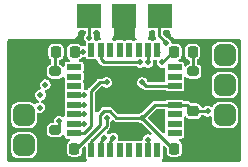
<source format=gbr>
%TF.GenerationSoftware,KiCad,Pcbnew,7.0.2-6a45011f42~172~ubuntu22.04.1*%
%TF.CreationDate,2023-05-29T23:15:52+12:00*%
%TF.ProjectId,THE_BRAWN-20A_LOGIC,5448455f-4252-4415-974e-2d3230415f4c,v2.0*%
%TF.SameCoordinates,Original*%
%TF.FileFunction,Copper,L1,Top*%
%TF.FilePolarity,Positive*%
%FSLAX46Y46*%
G04 Gerber Fmt 4.6, Leading zero omitted, Abs format (unit mm)*
G04 Created by KiCad (PCBNEW 7.0.2-6a45011f42~172~ubuntu22.04.1) date 2023-05-29 23:15:52*
%MOMM*%
%LPD*%
G01*
G04 APERTURE LIST*
G04 Aperture macros list*
%AMRoundRect*
0 Rectangle with rounded corners*
0 $1 Rounding radius*
0 $2 $3 $4 $5 $6 $7 $8 $9 X,Y pos of 4 corners*
0 Add a 4 corners polygon primitive as box body*
4,1,4,$2,$3,$4,$5,$6,$7,$8,$9,$2,$3,0*
0 Add four circle primitives for the rounded corners*
1,1,$1+$1,$2,$3*
1,1,$1+$1,$4,$5*
1,1,$1+$1,$6,$7*
1,1,$1+$1,$8,$9*
0 Add four rect primitives between the rounded corners*
20,1,$1+$1,$2,$3,$4,$5,0*
20,1,$1+$1,$4,$5,$6,$7,0*
20,1,$1+$1,$6,$7,$8,$9,0*
20,1,$1+$1,$8,$9,$2,$3,0*%
G04 Aperture macros list end*
%TA.AperFunction,ComponentPad*%
%ADD10C,1.000000*%
%TD*%
%TA.AperFunction,ConnectorPad*%
%ADD11R,2.000000X2.000000*%
%TD*%
%TA.AperFunction,SMDPad,CuDef*%
%ADD12RoundRect,0.200000X0.275000X-0.200000X0.275000X0.200000X-0.275000X0.200000X-0.275000X-0.200000X0*%
%TD*%
%TA.AperFunction,ComponentPad*%
%ADD13RoundRect,0.450000X-0.450000X-0.450000X0.450000X-0.450000X0.450000X0.450000X-0.450000X0.450000X0*%
%TD*%
%TA.AperFunction,SMDPad,CuDef*%
%ADD14RoundRect,0.200000X-0.275000X0.200000X-0.275000X-0.200000X0.275000X-0.200000X0.275000X0.200000X0*%
%TD*%
%TA.AperFunction,SMDPad,CuDef*%
%ADD15RoundRect,0.225000X-0.250000X0.225000X-0.250000X-0.225000X0.250000X-0.225000X0.250000X0.225000X0*%
%TD*%
%TA.AperFunction,SMDPad,CuDef*%
%ADD16RoundRect,0.225000X0.225000X0.250000X-0.225000X0.250000X-0.225000X-0.250000X0.225000X-0.250000X0*%
%TD*%
%TA.AperFunction,SMDPad,CuDef*%
%ADD17R,1.200000X0.500000*%
%TD*%
%TA.AperFunction,SMDPad,CuDef*%
%ADD18R,0.500000X1.200000*%
%TD*%
%TA.AperFunction,SMDPad,CuDef*%
%ADD19RoundRect,0.225000X-0.225000X-0.250000X0.225000X-0.250000X0.225000X0.250000X-0.225000X0.250000X0*%
%TD*%
%TA.AperFunction,SMDPad,CuDef*%
%ADD20RoundRect,0.218750X0.218750X0.256250X-0.218750X0.256250X-0.218750X-0.256250X0.218750X-0.256250X0*%
%TD*%
%TA.AperFunction,SMDPad,CuDef*%
%ADD21RoundRect,0.218750X-0.218750X-0.256250X0.218750X-0.256250X0.218750X0.256250X-0.218750X0.256250X0*%
%TD*%
%TA.AperFunction,ViaPad*%
%ADD22C,0.500000*%
%TD*%
%TA.AperFunction,Conductor*%
%ADD23C,0.250000*%
%TD*%
G04 APERTURE END LIST*
D10*
%TO.P,H3,1,1*%
%TO.N,GND*%
X145500000Y-152200000D03*
D11*
X145500000Y-152200000D03*
%TD*%
D10*
%TO.P,H2,1,1*%
%TO.N,/SIGNAL*%
X142500000Y-152200000D03*
D11*
X142500000Y-152200000D03*
%TD*%
D12*
%TO.P,R2,1*%
%TO.N,/SWDCLK*%
X139650000Y-161825000D03*
%TO.P,R2,2*%
%TO.N,GND*%
X139650000Y-160175000D03*
%TD*%
D13*
%TO.P,J2,1,1*%
%TO.N,GND*%
X137000000Y-155500000D03*
%TO.P,J2,2,2*%
X137000000Y-158040000D03*
%TO.P,J2,3,3*%
%TO.N,/A_FET_N2*%
X137000000Y-160580000D03*
%TO.P,J2,4,4*%
%TO.N,/A_FET_N1*%
X137000000Y-163120000D03*
%TD*%
D14*
%TO.P,R10,1*%
%TO.N,Net-(DS2-K)*%
X151350000Y-156875000D03*
%TO.P,R10,2*%
%TO.N,GND*%
X151350000Y-158525000D03*
%TD*%
%TO.P,R8,1*%
%TO.N,Net-(DS1-K)*%
X139650000Y-156875000D03*
%TO.P,R8,2*%
%TO.N,GND*%
X139650000Y-158525000D03*
%TD*%
D15*
%TO.P,C5,1*%
%TO.N,+3.3V*%
X151350000Y-160225000D03*
%TO.P,C5,2*%
%TO.N,GND*%
X151350000Y-161775000D03*
%TD*%
D16*
%TO.P,C9,1*%
%TO.N,+3.3V*%
X141275000Y-163400000D03*
%TO.P,C9,2*%
%TO.N,GND*%
X139725000Y-163400000D03*
%TD*%
D10*
%TO.P,H1,1,1*%
%TO.N,/INVERT*%
X148500000Y-152200000D03*
D11*
X148500000Y-152200000D03*
%TD*%
D17*
%TO.P,U1,1,PB9*%
%TO.N,unconnected-(U1-PB9-Pad1)*%
X149750000Y-162100000D03*
%TO.P,U1,2,PC14/OSC32_IN*%
%TO.N,unconnected-(U1-PC14{slash}OSC32_IN-Pad2)*%
X149750000Y-161300000D03*
%TO.P,U1,3,PC15/OSC32_OUT*%
%TO.N,unconnected-(U1-PC15{slash}OSC32_OUT-Pad3)*%
X149750000Y-160500000D03*
%TO.P,U1,4,VDD/VDDA*%
%TO.N,+3.3V*%
X149750000Y-159700000D03*
%TO.P,U1,5,VSS/VSSA*%
%TO.N,GND*%
X149750000Y-158900000D03*
%TO.P,U1,6,NRST*%
%TO.N,/nRST*%
X149750000Y-158100000D03*
%TO.P,U1,7,PA0*%
%TO.N,unconnected-(U1-PA0-Pad7)*%
X149750000Y-157300000D03*
%TO.P,U1,8,PA1*%
%TO.N,unconnected-(U1-PA1-Pad8)*%
X149750000Y-156500000D03*
D18*
%TO.P,U1,9,PA2*%
%TO.N,unconnected-(U1-PA2-Pad9)*%
X148300000Y-155050000D03*
%TO.P,U1,10,PA3*%
%TO.N,/V_BATT*%
X147500000Y-155050000D03*
%TO.P,U1,11,PA4*%
%TO.N,unconnected-(U1-PA4-Pad11)*%
X146700000Y-155050000D03*
%TO.P,U1,12,PA5*%
%TO.N,unconnected-(U1-PA5-Pad12)*%
X145900000Y-155050000D03*
%TO.P,U1,13,PA6*%
%TO.N,unconnected-(U1-PA6-Pad13)*%
X145100000Y-155050000D03*
%TO.P,U1,14,PA7*%
%TO.N,unconnected-(U1-PA7-Pad14)*%
X144300000Y-155050000D03*
%TO.P,U1,15,PB0*%
%TO.N,/INVERT*%
X143500000Y-155050000D03*
%TO.P,U1,16,PB1*%
%TO.N,unconnected-(U1-PB1-Pad16)*%
X142700000Y-155050000D03*
D17*
%TO.P,U1,17,PB2*%
%TO.N,unconnected-(U1-PB2-Pad17)*%
X141250000Y-156500000D03*
%TO.P,U1,18,PA8*%
%TO.N,unconnected-(U1-PA8-Pad18)*%
X141250000Y-157300000D03*
%TO.P,U1,19,PA9*%
%TO.N,unconnected-(U1-PA9-Pad19)*%
X141250000Y-158100000D03*
%TO.P,U1,20,PC6*%
%TO.N,/A_FET_N1_HS*%
X141250000Y-158900000D03*
%TO.P,U1,21,PA10*%
%TO.N,/A_FET_N1*%
X141250000Y-159700000D03*
%TO.P,U1,22,PA11[PA9]*%
%TO.N,/A_FET_N2*%
X141250000Y-160500000D03*
%TO.P,U1,23,PA12[PA10]*%
%TO.N,/A_FET_N2_HS*%
X141250000Y-161300000D03*
%TO.P,U1,24,SWDIO/PA13*%
%TO.N,/SWDIO*%
X141250000Y-162100000D03*
D18*
%TO.P,U1,25,SWCLK/PA14/BOOT0*%
%TO.N,/SWDCLK*%
X142700000Y-163550000D03*
%TO.P,U1,26,PA15*%
%TO.N,/LED_GREEN*%
X143500000Y-163550000D03*
%TO.P,U1,27,PB3*%
%TO.N,/LED_RED*%
X144300000Y-163550000D03*
%TO.P,U1,28,PB4*%
%TO.N,unconnected-(U1-PB4-Pad28)*%
X145100000Y-163550000D03*
%TO.P,U1,29,PB5*%
%TO.N,unconnected-(U1-PB5-Pad29)*%
X145900000Y-163550000D03*
%TO.P,U1,30,PB6*%
%TO.N,unconnected-(U1-PB6-Pad30)*%
X146700000Y-163550000D03*
%TO.P,U1,31,PB7*%
%TO.N,/SIGNAL*%
X147500000Y-163550000D03*
%TO.P,U1,32,PB8*%
%TO.N,unconnected-(U1-PB8-Pad32)*%
X148300000Y-163550000D03*
%TD*%
D19*
%TO.P,C7,1*%
%TO.N,+3.3V*%
X149725000Y-163400000D03*
%TO.P,C7,2*%
%TO.N,GND*%
X151275000Y-163400000D03*
%TD*%
D20*
%TO.P,DS2,1,K*%
%TO.N,Net-(DS2-K)*%
X151287500Y-155200000D03*
%TO.P,DS2,2,A*%
%TO.N,/LED_GREEN*%
X149712500Y-155200000D03*
%TD*%
D13*
%TO.P,J1,1,1*%
%TO.N,/A_FET_N1_HS*%
X154000000Y-155500000D03*
%TO.P,J1,2,2*%
%TO.N,/A_FET_N2_HS*%
X154000000Y-158040000D03*
%TO.P,J1,3,3*%
%TO.N,VCC*%
X154000000Y-160580000D03*
%TO.P,J1,4,4*%
%TO.N,GND*%
X154000000Y-163120000D03*
%TD*%
D21*
%TO.P,DS1,1,K*%
%TO.N,Net-(DS1-K)*%
X139712500Y-155200000D03*
%TO.P,DS1,2,A*%
%TO.N,/LED_RED*%
X141287500Y-155200000D03*
%TD*%
D22*
%TO.N,GND*%
X136150000Y-159300000D03*
X145500000Y-160000000D03*
X152600000Y-158600000D03*
X154875000Y-161850000D03*
X154875000Y-159300000D03*
X137822216Y-161851125D03*
X153075000Y-156775000D03*
X137875000Y-159325000D03*
X137850000Y-156775000D03*
X144850000Y-153500000D03*
X148700000Y-161300000D03*
X149150000Y-153650000D03*
X142300000Y-156100000D03*
X153125000Y-161850000D03*
X142350000Y-157500000D03*
X152300000Y-163300000D03*
X154900000Y-156754538D03*
X139650000Y-157750000D03*
X146150000Y-153500000D03*
X147850000Y-153649502D03*
X140375500Y-163150500D03*
X152200000Y-161800000D03*
X146000000Y-162400000D03*
X143124500Y-153649502D03*
X152300000Y-155000000D03*
X148400000Y-157500000D03*
X136150000Y-156775000D03*
X138600000Y-155200000D03*
X141850000Y-153649502D03*
X136150000Y-161850000D03*
%TO.N,+3.3V*%
X147000000Y-160800000D03*
X152550000Y-160250000D03*
%TO.N,/SIGNAL*%
X142519435Y-154000498D03*
X147500000Y-162650000D03*
%TO.N,/LED_GREEN*%
X148700000Y-156100000D03*
X143800864Y-162472567D03*
X138799500Y-157982621D03*
%TO.N,/nRST*%
X147000000Y-157800000D03*
%TO.N,/A_FET_N1*%
X142100000Y-159700000D03*
X138343800Y-159925500D03*
%TO.N,/A_FET_N1_HS*%
X142100000Y-158900000D03*
%TO.N,/LED_RED*%
X142000498Y-155193502D03*
X138396298Y-158858575D03*
X144550000Y-162500000D03*
%TO.N,/V_BATT*%
X147505452Y-156100004D03*
%TO.N,/SWDIO*%
X144000000Y-157800000D03*
%TO.N,/SWDCLK*%
X139974500Y-161074500D03*
X144000000Y-160800000D03*
%TO.N,/A_FET_N2_HS*%
X142075000Y-161300000D03*
%TO.N,/A_FET_N2*%
X142100000Y-160500000D03*
%TO.N,/INVERT*%
X148999500Y-154494000D03*
X146805950Y-156099502D03*
%TD*%
D23*
%TO.N,unconnected-(U1-PA2-Pad9)*%
X148450000Y-155200000D02*
X148300000Y-155050000D01*
%TO.N,GND*%
X140375500Y-163150500D02*
X139974500Y-163150500D01*
X139974500Y-163150500D02*
X139725000Y-163400000D01*
%TO.N,+3.3V*%
X148100000Y-159700000D02*
X148850000Y-159700000D01*
X149625000Y-163400000D02*
X147025000Y-160800000D01*
X152550000Y-160250000D02*
X151375000Y-160250000D01*
X147025000Y-160800000D02*
X147000000Y-160800000D01*
X141275000Y-163400000D02*
X141424569Y-163400000D01*
X144825000Y-160800000D02*
X147000000Y-160800000D01*
X149750000Y-159700000D02*
X148850000Y-159700000D01*
X151375000Y-160250000D02*
X151350000Y-160225000D01*
X149725000Y-163400000D02*
X149625000Y-163400000D01*
X150825000Y-159700000D02*
X149750000Y-159700000D01*
X143400000Y-160586827D02*
X143761827Y-160225000D01*
X144250000Y-160225000D02*
X144825000Y-160800000D01*
X151350000Y-160225000D02*
X150825000Y-159700000D01*
X143761827Y-160225000D02*
X144250000Y-160225000D01*
X141275000Y-163400000D02*
X141400000Y-163400000D01*
X147000000Y-160800000D02*
X148100000Y-159700000D01*
X143400000Y-161424569D02*
X143400000Y-160586827D01*
X141424569Y-163400000D02*
X143400000Y-161424569D01*
%TO.N,/SIGNAL*%
X147500000Y-163600000D02*
X147500000Y-162650000D01*
X142550000Y-153900000D02*
X142550000Y-152550000D01*
%TO.N,/LED_GREEN*%
X143500000Y-162773431D02*
X143500000Y-163550000D01*
X143800864Y-162472567D02*
X143500000Y-162773431D01*
X149600000Y-155200000D02*
X148700000Y-156100000D01*
X143800864Y-162472567D02*
X143736715Y-162536716D01*
X149712500Y-155200000D02*
X149600000Y-155200000D01*
%TO.N,/nRST*%
X147300000Y-158100000D02*
X147000000Y-157800000D01*
X149750000Y-158100000D02*
X147300000Y-158100000D01*
%TO.N,/A_FET_N1*%
X141150000Y-159700000D02*
X142100000Y-159700000D01*
%TO.N,/A_FET_N1_HS*%
X141150000Y-158900000D02*
X142100000Y-158900000D01*
%TO.N,/LED_RED*%
X144300000Y-162786604D02*
X144300000Y-163550000D01*
X141994000Y-155200000D02*
X141287500Y-155200000D01*
X144550000Y-162500000D02*
X144550000Y-162536604D01*
X144550000Y-162536604D02*
X144300000Y-162786604D01*
X142000498Y-155193502D02*
X141994000Y-155200000D01*
%TO.N,/V_BATT*%
X147500000Y-155025000D02*
X147500000Y-156094552D01*
X147500000Y-156094552D02*
X147505452Y-156100004D01*
%TO.N,/SWDIO*%
X142700000Y-158500000D02*
X143400000Y-157800000D01*
X141250000Y-162100000D02*
X142088173Y-162100000D01*
X142088173Y-162100000D02*
X142700000Y-161488173D01*
X143400000Y-157800000D02*
X144000000Y-157800000D01*
X142700000Y-161488173D02*
X142700000Y-158500000D01*
%TO.N,/SWDCLK*%
X142700000Y-162760965D02*
X144000000Y-161460965D01*
X139974500Y-161500500D02*
X139650000Y-161825000D01*
X139974500Y-161074500D02*
X139974500Y-161500500D01*
X142700000Y-163550000D02*
X142700000Y-162760965D01*
X144000000Y-161460965D02*
X144000000Y-160800000D01*
%TO.N,/A_FET_N2_HS*%
X141125000Y-161300000D02*
X142075000Y-161300000D01*
%TO.N,/A_FET_N2*%
X141150000Y-160500000D02*
X142100000Y-160500000D01*
%TO.N,Net-(DS1-K)*%
X139650000Y-155262500D02*
X139712500Y-155200000D01*
X139650000Y-156875000D02*
X139650000Y-155262500D01*
%TO.N,Net-(DS2-K)*%
X151350000Y-155262500D02*
X151287500Y-155200000D01*
X151350000Y-156875000D02*
X151350000Y-155262500D01*
%TO.N,/INVERT*%
X148999500Y-154399500D02*
X148450000Y-153850000D01*
X146805950Y-156099502D02*
X143799502Y-156099502D01*
X143799502Y-156099502D02*
X143500000Y-155800000D01*
X143500000Y-155800000D02*
X143500000Y-155050000D01*
X148999500Y-154494000D02*
X148999500Y-154399500D01*
X148450000Y-153850000D02*
X148450000Y-152575000D01*
%TD*%
%TA.AperFunction,Conductor*%
%TO.N,GND*%
G36*
X142167539Y-153420185D02*
G01*
X142213294Y-153472989D01*
X142224500Y-153524500D01*
X142224500Y-153606688D01*
X142204815Y-153673727D01*
X142194215Y-153687887D01*
X142170573Y-153715173D01*
X142136552Y-153754436D01*
X142082737Y-153872271D01*
X142064302Y-154000498D01*
X142082737Y-154128724D01*
X142136553Y-154246562D01*
X142219213Y-154341957D01*
X142248238Y-154405512D01*
X142249500Y-154423159D01*
X142249500Y-154631451D01*
X142229815Y-154698490D01*
X142177011Y-154744245D01*
X142107853Y-154754189D01*
X142090569Y-154750429D01*
X142065272Y-154743002D01*
X142065270Y-154743002D01*
X141949774Y-154743002D01*
X141882735Y-154723317D01*
X141862093Y-154706684D01*
X141849656Y-154694247D01*
X141755751Y-154600342D01*
X141637420Y-154540049D01*
X141637419Y-154540048D01*
X141637418Y-154540048D01*
X141539248Y-154524500D01*
X141539246Y-154524500D01*
X141035754Y-154524500D01*
X141035752Y-154524500D01*
X140937581Y-154540048D01*
X140819247Y-154600343D01*
X140725343Y-154694247D01*
X140665048Y-154812581D01*
X140649500Y-154910751D01*
X140649500Y-155489248D01*
X140665048Y-155587418D01*
X140665048Y-155587419D01*
X140665049Y-155587420D01*
X140725342Y-155705751D01*
X140819249Y-155799658D01*
X140849391Y-155815016D01*
X140900186Y-155862990D01*
X140916981Y-155930811D01*
X140894443Y-155996946D01*
X140839728Y-156040397D01*
X140793095Y-156049500D01*
X140630251Y-156049500D01*
X140571769Y-156061132D01*
X140505447Y-156105447D01*
X140461132Y-156171769D01*
X140449499Y-156230251D01*
X140449499Y-156333745D01*
X140429814Y-156400784D01*
X140377009Y-156446539D01*
X140307851Y-156456482D01*
X140244295Y-156427456D01*
X140237818Y-156421425D01*
X140163343Y-156346950D01*
X140043205Y-156285737D01*
X139992409Y-156237762D01*
X139975500Y-156175252D01*
X139975500Y-155979623D01*
X139995185Y-155912584D01*
X140045139Y-155869298D01*
X140044920Y-155868867D01*
X140046660Y-155867980D01*
X140047989Y-155866829D01*
X140050265Y-155866143D01*
X140062416Y-155859951D01*
X140062420Y-155859951D01*
X140180751Y-155799658D01*
X140274658Y-155705751D01*
X140334951Y-155587420D01*
X140350500Y-155489246D01*
X140350500Y-154910754D01*
X140350064Y-154908004D01*
X140334951Y-154812581D01*
X140334951Y-154812580D01*
X140274658Y-154694249D01*
X140180751Y-154600342D01*
X140062420Y-154540049D01*
X140062419Y-154540048D01*
X140062418Y-154540048D01*
X139964248Y-154524500D01*
X139964246Y-154524500D01*
X139460754Y-154524500D01*
X139460752Y-154524500D01*
X139362581Y-154540048D01*
X139244247Y-154600343D01*
X139150343Y-154694247D01*
X139090048Y-154812581D01*
X139074500Y-154910751D01*
X139074500Y-155489248D01*
X139090048Y-155587418D01*
X139090048Y-155587419D01*
X139090049Y-155587420D01*
X139150342Y-155705751D01*
X139244249Y-155799658D01*
X139256794Y-155806050D01*
X139307590Y-155854023D01*
X139324500Y-155916535D01*
X139324500Y-156175252D01*
X139304815Y-156242291D01*
X139256795Y-156285737D01*
X139136656Y-156346950D01*
X139046950Y-156436656D01*
X138989353Y-156549697D01*
X138974500Y-156643478D01*
X138974500Y-157106514D01*
X138974501Y-157106518D01*
X138989354Y-157200304D01*
X138989354Y-157200305D01*
X138989355Y-157200306D01*
X139046949Y-157313342D01*
X139089072Y-157355465D01*
X139122557Y-157416788D01*
X139117573Y-157486480D01*
X139075701Y-157542413D01*
X139010237Y-157566830D01*
X138966458Y-157562124D01*
X138892131Y-157540301D01*
X138864272Y-157532121D01*
X138734728Y-157532121D01*
X138734727Y-157532121D01*
X138610431Y-157568615D01*
X138501450Y-157638654D01*
X138416618Y-157736556D01*
X138362802Y-157854394D01*
X138344367Y-157982621D01*
X138362802Y-158110847D01*
X138419347Y-158234660D01*
X138429291Y-158303818D01*
X138400266Y-158367374D01*
X138341489Y-158405149D01*
X138341487Y-158405149D01*
X138207230Y-158444569D01*
X138098248Y-158514608D01*
X138013416Y-158612510D01*
X137959600Y-158730348D01*
X137941165Y-158858575D01*
X137959600Y-158986801D01*
X138013416Y-159104639D01*
X138098247Y-159202541D01*
X138217520Y-159279193D01*
X138263275Y-159331997D01*
X138273218Y-159401155D01*
X138244193Y-159464711D01*
X138185416Y-159502485D01*
X138154731Y-159511495D01*
X138045751Y-159581532D01*
X138028853Y-159601035D01*
X137970075Y-159638809D01*
X137900205Y-159638809D01*
X137866121Y-159618585D01*
X137865348Y-159619893D01*
X137710397Y-159528255D01*
X137552572Y-159482402D01*
X137518128Y-159479691D01*
X137518114Y-159479690D01*
X137515694Y-159479500D01*
X136484306Y-159479500D01*
X136481886Y-159479690D01*
X136481871Y-159479691D01*
X136447427Y-159482402D01*
X136289602Y-159528255D01*
X136148134Y-159611919D01*
X136031919Y-159728134D01*
X135948255Y-159869602D01*
X135902402Y-160027427D01*
X135899691Y-160061871D01*
X135899690Y-160061886D01*
X135899500Y-160064306D01*
X135899500Y-161095694D01*
X135899690Y-161098114D01*
X135899691Y-161098128D01*
X135902402Y-161132572D01*
X135948255Y-161290397D01*
X136005184Y-161386658D01*
X136031919Y-161431865D01*
X136148135Y-161548081D01*
X136235527Y-161599764D01*
X136289602Y-161631744D01*
X136447427Y-161677597D01*
X136447431Y-161677598D01*
X136484306Y-161680500D01*
X136486751Y-161680500D01*
X137513249Y-161680500D01*
X137515694Y-161680500D01*
X137552569Y-161677598D01*
X137710398Y-161631744D01*
X137851865Y-161548081D01*
X137968081Y-161431865D01*
X138051744Y-161290398D01*
X138097598Y-161132569D01*
X138100500Y-161095694D01*
X138100500Y-160489223D01*
X138120185Y-160422185D01*
X138172989Y-160376430D01*
X138242147Y-160366486D01*
X138259433Y-160370246D01*
X138279028Y-160376000D01*
X138408573Y-160376000D01*
X138532868Y-160339505D01*
X138566610Y-160317820D01*
X138641849Y-160269467D01*
X138726682Y-160171563D01*
X138780497Y-160053726D01*
X138798933Y-159925500D01*
X138780497Y-159797274D01*
X138757436Y-159746779D01*
X138726681Y-159679435D01*
X138641849Y-159581533D01*
X138522577Y-159504881D01*
X138476822Y-159452077D01*
X138466879Y-159382918D01*
X138495904Y-159319363D01*
X138554683Y-159281589D01*
X138554684Y-159281588D01*
X138585367Y-159272579D01*
X138694347Y-159202542D01*
X138779180Y-159104638D01*
X138832995Y-158986801D01*
X138851431Y-158858575D01*
X138832995Y-158730349D01*
X138779180Y-158612512D01*
X138779179Y-158612511D01*
X138776450Y-158606535D01*
X138766506Y-158537377D01*
X138795530Y-158473821D01*
X138854308Y-158436046D01*
X138854311Y-158436045D01*
X138864269Y-158433121D01*
X138864272Y-158433121D01*
X138988569Y-158396625D01*
X139097549Y-158326588D01*
X139182382Y-158228684D01*
X139236197Y-158110847D01*
X139254633Y-157982621D01*
X139236197Y-157854395D01*
X139211355Y-157800000D01*
X139182381Y-157736556D01*
X139117080Y-157661194D01*
X139088055Y-157597638D01*
X139097999Y-157528480D01*
X139143754Y-157475676D01*
X139210794Y-157455992D01*
X139229819Y-157460595D01*
X139230298Y-157457574D01*
X139273485Y-157464413D01*
X139343481Y-157475500D01*
X139956518Y-157475499D01*
X140050304Y-157460646D01*
X140163342Y-157403050D01*
X140237819Y-157328572D01*
X140299140Y-157295089D01*
X140368832Y-157300073D01*
X140424766Y-157341944D01*
X140449183Y-157407408D01*
X140449499Y-157416254D01*
X140449499Y-157569748D01*
X140461133Y-157628231D01*
X140463056Y-157631109D01*
X140483934Y-157697787D01*
X140465449Y-157765167D01*
X140463056Y-157768891D01*
X140461133Y-157771768D01*
X140449500Y-157830251D01*
X140449500Y-158369748D01*
X140461133Y-158428231D01*
X140463056Y-158431109D01*
X140483934Y-158497787D01*
X140465449Y-158565167D01*
X140463056Y-158568891D01*
X140461133Y-158571768D01*
X140449500Y-158630251D01*
X140449500Y-159169748D01*
X140461133Y-159228231D01*
X140463056Y-159231109D01*
X140483934Y-159297787D01*
X140465449Y-159365167D01*
X140463056Y-159368891D01*
X140461133Y-159371768D01*
X140449500Y-159430251D01*
X140449500Y-159969748D01*
X140461133Y-160028231D01*
X140463056Y-160031109D01*
X140483934Y-160097787D01*
X140465449Y-160165167D01*
X140463056Y-160168891D01*
X140461133Y-160171768D01*
X140449500Y-160230251D01*
X140449500Y-160617163D01*
X140429815Y-160684202D01*
X140377011Y-160729957D01*
X140307853Y-160739901D01*
X140258461Y-160721478D01*
X140163570Y-160660495D01*
X140039273Y-160624000D01*
X140039272Y-160624000D01*
X139909728Y-160624000D01*
X139909727Y-160624000D01*
X139785431Y-160660494D01*
X139676450Y-160730533D01*
X139591618Y-160828435D01*
X139537802Y-160946273D01*
X139519367Y-161074500D01*
X139520568Y-161082854D01*
X139510624Y-161152012D01*
X139464869Y-161204816D01*
X139397832Y-161224500D01*
X139343485Y-161224500D01*
X139296588Y-161231927D01*
X139249696Y-161239354D01*
X139249694Y-161239354D01*
X139249693Y-161239355D01*
X139136657Y-161296949D01*
X139046950Y-161386656D01*
X138989353Y-161499697D01*
X138974500Y-161593478D01*
X138974500Y-162056514D01*
X138978745Y-162083314D01*
X138989354Y-162150304D01*
X138989354Y-162150305D01*
X138989355Y-162150306D01*
X139046949Y-162263342D01*
X139136656Y-162353049D01*
X139136658Y-162353050D01*
X139249696Y-162410646D01*
X139343481Y-162425500D01*
X139956518Y-162425499D01*
X140050304Y-162410646D01*
X140163342Y-162353050D01*
X140237819Y-162278572D01*
X140299140Y-162245089D01*
X140368832Y-162250073D01*
X140424766Y-162291944D01*
X140449183Y-162357408D01*
X140449499Y-162366247D01*
X140449499Y-162369745D01*
X140461132Y-162428230D01*
X140505447Y-162494552D01*
X140571769Y-162538867D01*
X140630251Y-162550500D01*
X140630252Y-162550500D01*
X140772842Y-162550500D01*
X140839881Y-162570185D01*
X140885636Y-162622989D01*
X140895580Y-162692147D01*
X140866555Y-162755703D01*
X140829137Y-162784985D01*
X140796778Y-162801472D01*
X140701472Y-162896778D01*
X140640280Y-163016875D01*
X140624500Y-163116509D01*
X140624500Y-163683490D01*
X140640280Y-163783124D01*
X140701472Y-163903221D01*
X140796778Y-163998527D01*
X140796780Y-163998528D01*
X140916874Y-164059719D01*
X140950086Y-164064979D01*
X141016510Y-164075500D01*
X141016512Y-164075500D01*
X141533490Y-164075500D01*
X141583306Y-164067609D01*
X141633126Y-164059719D01*
X141753220Y-163998528D01*
X141848528Y-163903220D01*
X141909719Y-163783126D01*
X141925500Y-163683488D01*
X141925500Y-163410757D01*
X141945185Y-163343718D01*
X141961819Y-163323076D01*
X142037819Y-163247076D01*
X142099142Y-163213591D01*
X142168834Y-163218575D01*
X142224767Y-163260447D01*
X142249184Y-163325911D01*
X142249500Y-163334757D01*
X142249500Y-164169748D01*
X142261132Y-164228230D01*
X142313504Y-164306609D01*
X142334382Y-164373286D01*
X142315898Y-164440666D01*
X142263919Y-164487357D01*
X142210402Y-164499500D01*
X135724500Y-164499500D01*
X135657461Y-164479815D01*
X135611706Y-164427011D01*
X135600500Y-164375500D01*
X135600500Y-163635694D01*
X135899500Y-163635694D01*
X135899690Y-163638114D01*
X135899691Y-163638128D01*
X135902402Y-163672572D01*
X135948255Y-163830397D01*
X135991323Y-163903221D01*
X136031919Y-163971865D01*
X136148135Y-164088081D01*
X136286227Y-164169748D01*
X136289602Y-164171744D01*
X136447427Y-164217597D01*
X136447431Y-164217598D01*
X136484306Y-164220500D01*
X136486751Y-164220500D01*
X137513249Y-164220500D01*
X137515694Y-164220500D01*
X137552569Y-164217598D01*
X137710398Y-164171744D01*
X137851865Y-164088081D01*
X137968081Y-163971865D01*
X138051744Y-163830398D01*
X138097598Y-163672569D01*
X138100500Y-163635694D01*
X138100500Y-162604306D01*
X138097598Y-162567431D01*
X138076424Y-162494552D01*
X138051744Y-162409602D01*
X138029372Y-162371773D01*
X137968081Y-162268135D01*
X137851865Y-162151919D01*
X137849134Y-162150304D01*
X137710397Y-162068255D01*
X137552572Y-162022402D01*
X137518128Y-162019691D01*
X137518114Y-162019690D01*
X137515694Y-162019500D01*
X136484306Y-162019500D01*
X136481886Y-162019690D01*
X136481871Y-162019691D01*
X136447427Y-162022402D01*
X136289602Y-162068255D01*
X136148134Y-162151919D01*
X136031919Y-162268134D01*
X135948255Y-162409602D01*
X135902402Y-162567427D01*
X135899691Y-162601871D01*
X135899690Y-162601886D01*
X135899500Y-162604306D01*
X135899500Y-163635694D01*
X135600500Y-163635694D01*
X135600500Y-154274500D01*
X135620185Y-154207461D01*
X135672989Y-154161706D01*
X135724500Y-154150500D01*
X141067661Y-154150500D01*
X141163069Y-154128724D01*
X141199588Y-154120389D01*
X141321507Y-154061675D01*
X141427305Y-153977305D01*
X141511675Y-153871507D01*
X141570389Y-153749588D01*
X141600500Y-153617660D01*
X141600500Y-153550000D01*
X141600500Y-153524500D01*
X141620185Y-153457461D01*
X141672989Y-153411706D01*
X141724500Y-153400500D01*
X142100500Y-153400500D01*
X142167539Y-153420185D01*
G37*
%TD.AperFunction*%
%TA.AperFunction,Conductor*%
G36*
X146342539Y-151320185D02*
G01*
X146388294Y-151372989D01*
X146399500Y-151424500D01*
X146399500Y-153767660D01*
X146429610Y-153899587D01*
X146439694Y-153920525D01*
X146488325Y-154021507D01*
X146488326Y-154021508D01*
X146510339Y-154049113D01*
X146536747Y-154113800D01*
X146523989Y-154182495D01*
X146476118Y-154233388D01*
X146437583Y-154248041D01*
X146371769Y-154261132D01*
X146368891Y-154263056D01*
X146302213Y-154283934D01*
X146234833Y-154265449D01*
X146231109Y-154263056D01*
X146228231Y-154261133D01*
X146169749Y-154249500D01*
X146169748Y-154249500D01*
X145630252Y-154249500D01*
X145630251Y-154249500D01*
X145571768Y-154261133D01*
X145568891Y-154263056D01*
X145502213Y-154283934D01*
X145434833Y-154265449D01*
X145431109Y-154263056D01*
X145428231Y-154261133D01*
X145369749Y-154249500D01*
X145369748Y-154249500D01*
X144830252Y-154249500D01*
X144830251Y-154249500D01*
X144771768Y-154261133D01*
X144768891Y-154263056D01*
X144702213Y-154283934D01*
X144634833Y-154265449D01*
X144631109Y-154263056D01*
X144628230Y-154261132D01*
X144562416Y-154248041D01*
X144500505Y-154215656D01*
X144465931Y-154154940D01*
X144469672Y-154085170D01*
X144489660Y-154049113D01*
X144511675Y-154021507D01*
X144570389Y-153899588D01*
X144600500Y-153767660D01*
X144600500Y-153700000D01*
X144600500Y-153673071D01*
X144600500Y-153673070D01*
X144600500Y-151424499D01*
X144620185Y-151357461D01*
X144672989Y-151311706D01*
X144724500Y-151300500D01*
X146275500Y-151300500D01*
X146342539Y-151320185D01*
G37*
%TD.AperFunction*%
%TA.AperFunction,Conductor*%
G36*
X148067539Y-153420185D02*
G01*
X148113294Y-153472989D01*
X148124500Y-153524500D01*
X148124500Y-153830372D01*
X148124028Y-153841180D01*
X148120735Y-153878807D01*
X148130512Y-153915296D01*
X148132853Y-153925852D01*
X148139599Y-153964107D01*
X148149829Y-153988803D01*
X148150446Y-153989684D01*
X148172112Y-154020627D01*
X148177915Y-154029737D01*
X148197408Y-154063499D01*
X148213882Y-154131399D01*
X148191030Y-154197426D01*
X148136109Y-154240617D01*
X148090022Y-154249500D01*
X148030251Y-154249500D01*
X147971768Y-154261133D01*
X147968891Y-154263056D01*
X147902213Y-154283934D01*
X147834833Y-154265449D01*
X147831109Y-154263056D01*
X147828231Y-154261133D01*
X147769749Y-154249500D01*
X147769748Y-154249500D01*
X147587345Y-154249500D01*
X147520306Y-154229815D01*
X147474551Y-154177011D01*
X147464607Y-154107853D01*
X147490398Y-154048188D01*
X147492221Y-154045901D01*
X147511675Y-154021507D01*
X147570389Y-153899588D01*
X147600500Y-153767660D01*
X147600500Y-153700000D01*
X147600500Y-153673071D01*
X147600500Y-153524499D01*
X147620185Y-153457461D01*
X147672989Y-153411706D01*
X147724500Y-153400500D01*
X148000500Y-153400500D01*
X148067539Y-153420185D01*
G37*
%TD.AperFunction*%
%TA.AperFunction,Conductor*%
G36*
X149342539Y-153420185D02*
G01*
X149388294Y-153472989D01*
X149399500Y-153524500D01*
X149399500Y-153617660D01*
X149429610Y-153749587D01*
X149471122Y-153835786D01*
X149488325Y-153871507D01*
X149572695Y-153977305D01*
X149678493Y-154061675D01*
X149774381Y-154107853D01*
X149800412Y-154120389D01*
X149932339Y-154150500D01*
X149932340Y-154150500D01*
X149984083Y-154150500D01*
X155275500Y-154150500D01*
X155342539Y-154170185D01*
X155388294Y-154222989D01*
X155399500Y-154274500D01*
X155399500Y-164375500D01*
X155379815Y-164442539D01*
X155327011Y-164488294D01*
X155275500Y-164499500D01*
X148789598Y-164499500D01*
X148722559Y-164479815D01*
X148676804Y-164427011D01*
X148666860Y-164357853D01*
X148686496Y-164306609D01*
X148704884Y-164279089D01*
X148738867Y-164228231D01*
X148750500Y-164169748D01*
X148750500Y-163285188D01*
X148770185Y-163218149D01*
X148822989Y-163172394D01*
X148892147Y-163162450D01*
X148955703Y-163191475D01*
X148962181Y-163197507D01*
X149038181Y-163273507D01*
X149071666Y-163334830D01*
X149074500Y-163361188D01*
X149074500Y-163683490D01*
X149090280Y-163783124D01*
X149151472Y-163903221D01*
X149246778Y-163998527D01*
X149246780Y-163998528D01*
X149366874Y-164059719D01*
X149400086Y-164064979D01*
X149466510Y-164075500D01*
X149466512Y-164075500D01*
X149983490Y-164075500D01*
X150033307Y-164067609D01*
X150083126Y-164059719D01*
X150203220Y-163998528D01*
X150298528Y-163903220D01*
X150359719Y-163783126D01*
X150375500Y-163683488D01*
X150375500Y-163116512D01*
X150359719Y-163016874D01*
X150298528Y-162896780D01*
X150298527Y-162896778D01*
X150203221Y-162801472D01*
X150170863Y-162784985D01*
X150120067Y-162737010D01*
X150103272Y-162669189D01*
X150125809Y-162603054D01*
X150180525Y-162559603D01*
X150227158Y-162550500D01*
X150369749Y-162550500D01*
X150398989Y-162544683D01*
X150428231Y-162538867D01*
X150494552Y-162494552D01*
X150538867Y-162428231D01*
X150550500Y-162369748D01*
X150550500Y-161830252D01*
X150538867Y-161771769D01*
X150536944Y-161768891D01*
X150516065Y-161702217D01*
X150534548Y-161634836D01*
X150536920Y-161631143D01*
X150538867Y-161628231D01*
X150550500Y-161569748D01*
X150550500Y-161030252D01*
X150538867Y-160971769D01*
X150536944Y-160968891D01*
X150516065Y-160902217D01*
X150534548Y-160834836D01*
X150536920Y-160831143D01*
X150538867Y-160828231D01*
X150549623Y-160774155D01*
X150582006Y-160712248D01*
X150642721Y-160677674D01*
X150712491Y-160681413D01*
X150758920Y-160710669D01*
X150846778Y-160798527D01*
X150846780Y-160798528D01*
X150966874Y-160859719D01*
X151000086Y-160864979D01*
X151066510Y-160875500D01*
X151066512Y-160875500D01*
X151633490Y-160875500D01*
X151683307Y-160867609D01*
X151733126Y-160859719D01*
X151853220Y-160798528D01*
X151948528Y-160703220D01*
X151970297Y-160660496D01*
X151979107Y-160643206D01*
X152027081Y-160592409D01*
X152089592Y-160575500D01*
X152186806Y-160575500D01*
X152253845Y-160595185D01*
X152253846Y-160595185D01*
X152360931Y-160664005D01*
X152485227Y-160700500D01*
X152485228Y-160700500D01*
X152614773Y-160700500D01*
X152740566Y-160663565D01*
X152810436Y-160663565D01*
X152869214Y-160701340D01*
X152898238Y-160764896D01*
X152899500Y-160782541D01*
X152899500Y-161095694D01*
X152899690Y-161098114D01*
X152899691Y-161098128D01*
X152902402Y-161132572D01*
X152948255Y-161290397D01*
X153005184Y-161386658D01*
X153031919Y-161431865D01*
X153148135Y-161548081D01*
X153235527Y-161599764D01*
X153289602Y-161631744D01*
X153447427Y-161677597D01*
X153447431Y-161677598D01*
X153484306Y-161680500D01*
X153486751Y-161680500D01*
X154513249Y-161680500D01*
X154515694Y-161680500D01*
X154552569Y-161677598D01*
X154710398Y-161631744D01*
X154851865Y-161548081D01*
X154968081Y-161431865D01*
X155051744Y-161290398D01*
X155097598Y-161132569D01*
X155100500Y-161095694D01*
X155100500Y-160064306D01*
X155097598Y-160027431D01*
X155084832Y-159983492D01*
X155051744Y-159869602D01*
X155044169Y-159856794D01*
X154968081Y-159728135D01*
X154851865Y-159611919D01*
X154755307Y-159554815D01*
X154710397Y-159528255D01*
X154552572Y-159482402D01*
X154518128Y-159479691D01*
X154518114Y-159479690D01*
X154515694Y-159479500D01*
X153484306Y-159479500D01*
X153481886Y-159479690D01*
X153481871Y-159479691D01*
X153447427Y-159482402D01*
X153289602Y-159528255D01*
X153148134Y-159611919D01*
X153031918Y-159728135D01*
X152970555Y-159831893D01*
X152919486Y-159879576D01*
X152850744Y-159892079D01*
X152796785Y-159873087D01*
X152739067Y-159835994D01*
X152614773Y-159799500D01*
X152614772Y-159799500D01*
X152485228Y-159799500D01*
X152485227Y-159799500D01*
X152360931Y-159835994D01*
X152253846Y-159904815D01*
X152186806Y-159924500D01*
X152115068Y-159924500D01*
X152048029Y-159904815D01*
X152004583Y-159856794D01*
X151948528Y-159746779D01*
X151853221Y-159651472D01*
X151733124Y-159590280D01*
X151633490Y-159574500D01*
X151633488Y-159574500D01*
X151211188Y-159574500D01*
X151144149Y-159554815D01*
X151123507Y-159538181D01*
X151069043Y-159483717D01*
X151061734Y-159475741D01*
X151037454Y-159446805D01*
X151004736Y-159427915D01*
X150995627Y-159422112D01*
X150964684Y-159400446D01*
X150963803Y-159399829D01*
X150939107Y-159389599D01*
X150900852Y-159382853D01*
X150890296Y-159380512D01*
X150853807Y-159370735D01*
X150816180Y-159374028D01*
X150805372Y-159374500D01*
X150606971Y-159374500D01*
X150539932Y-159354815D01*
X150503870Y-159319392D01*
X150494553Y-159305448D01*
X150428230Y-159261132D01*
X150369749Y-159249500D01*
X150369748Y-159249500D01*
X149130252Y-159249500D01*
X149130251Y-159249500D01*
X149071769Y-159261132D01*
X149005446Y-159305448D01*
X148996130Y-159319392D01*
X148942518Y-159364196D01*
X148893029Y-159374500D01*
X148119628Y-159374500D01*
X148108820Y-159374028D01*
X148071192Y-159370735D01*
X148034704Y-159380512D01*
X148024148Y-159382852D01*
X147985899Y-159389597D01*
X147961193Y-159399831D01*
X147929380Y-159422106D01*
X147920264Y-159427914D01*
X147887545Y-159446805D01*
X147863262Y-159475744D01*
X147855956Y-159483716D01*
X147026493Y-160313181D01*
X146965170Y-160346666D01*
X146938812Y-160349500D01*
X146935227Y-160349500D01*
X146810931Y-160385994D01*
X146703846Y-160454815D01*
X146636806Y-160474500D01*
X145011188Y-160474500D01*
X144944149Y-160454815D01*
X144923507Y-160438181D01*
X144494043Y-160008717D01*
X144486734Y-160000741D01*
X144462455Y-159971806D01*
X144462454Y-159971805D01*
X144429736Y-159952915D01*
X144420627Y-159947112D01*
X144389684Y-159925446D01*
X144388803Y-159924829D01*
X144364107Y-159914599D01*
X144325852Y-159907853D01*
X144315296Y-159905512D01*
X144278807Y-159895735D01*
X144241180Y-159899028D01*
X144230372Y-159899500D01*
X143781455Y-159899500D01*
X143770647Y-159899028D01*
X143733019Y-159895735D01*
X143696531Y-159905512D01*
X143685975Y-159907852D01*
X143647726Y-159914597D01*
X143623020Y-159924831D01*
X143591207Y-159947106D01*
X143582091Y-159952914D01*
X143549372Y-159971805D01*
X143525089Y-160000744D01*
X143517783Y-160008716D01*
X143237181Y-160289319D01*
X143175858Y-160322804D01*
X143106167Y-160317820D01*
X143050233Y-160275949D01*
X143025816Y-160210484D01*
X143025500Y-160201638D01*
X143025500Y-158686188D01*
X143045185Y-158619149D01*
X143061819Y-158598507D01*
X143104632Y-158555694D01*
X152899500Y-158555694D01*
X152899690Y-158558114D01*
X152899691Y-158558128D01*
X152902402Y-158592572D01*
X152948255Y-158750397D01*
X152948256Y-158750398D01*
X153031919Y-158891865D01*
X153148135Y-159008081D01*
X153289601Y-159091744D01*
X153289602Y-159091744D01*
X153447427Y-159137597D01*
X153447431Y-159137598D01*
X153484306Y-159140500D01*
X153486751Y-159140500D01*
X154513249Y-159140500D01*
X154515694Y-159140500D01*
X154552569Y-159137598D01*
X154710398Y-159091744D01*
X154851865Y-159008081D01*
X154968081Y-158891865D01*
X155051744Y-158750398D01*
X155097598Y-158592569D01*
X155100500Y-158555694D01*
X155100500Y-157524306D01*
X155097598Y-157487431D01*
X155094131Y-157475499D01*
X155051744Y-157329602D01*
X154975279Y-157200306D01*
X154968081Y-157188135D01*
X154851865Y-157071919D01*
X154781408Y-157030251D01*
X154710397Y-156988255D01*
X154552572Y-156942402D01*
X154518128Y-156939691D01*
X154518114Y-156939690D01*
X154515694Y-156939500D01*
X153484306Y-156939500D01*
X153481886Y-156939690D01*
X153481871Y-156939691D01*
X153447427Y-156942402D01*
X153289602Y-156988255D01*
X153148134Y-157071919D01*
X153031919Y-157188134D01*
X152948255Y-157329602D01*
X152902402Y-157487427D01*
X152899691Y-157521871D01*
X152899690Y-157521886D01*
X152899500Y-157524306D01*
X152899500Y-158555694D01*
X143104632Y-158555694D01*
X143498508Y-158161819D01*
X143559831Y-158128334D01*
X143586189Y-158125500D01*
X143636806Y-158125500D01*
X143703845Y-158145185D01*
X143703846Y-158145185D01*
X143810931Y-158214005D01*
X143935227Y-158250500D01*
X143935228Y-158250500D01*
X144064773Y-158250500D01*
X144189068Y-158214005D01*
X144217758Y-158195566D01*
X144298049Y-158143967D01*
X144382882Y-158046063D01*
X144436697Y-157928226D01*
X144455133Y-157800000D01*
X144436697Y-157671774D01*
X144431865Y-157661194D01*
X144382881Y-157553935D01*
X144298049Y-157456033D01*
X144189068Y-157385994D01*
X144064773Y-157349500D01*
X144064772Y-157349500D01*
X143935228Y-157349500D01*
X143935227Y-157349500D01*
X143810931Y-157385994D01*
X143703846Y-157454815D01*
X143636806Y-157474500D01*
X143419616Y-157474500D01*
X143408808Y-157474028D01*
X143371193Y-157470736D01*
X143334716Y-157480510D01*
X143324162Y-157482849D01*
X143285905Y-157489595D01*
X143261190Y-157499834D01*
X143229377Y-157522108D01*
X143220261Y-157527915D01*
X143187545Y-157546804D01*
X143163262Y-157575743D01*
X143155956Y-157583715D01*
X142483714Y-158255958D01*
X142475741Y-158263264D01*
X142446806Y-158287544D01*
X142427914Y-158320264D01*
X142422106Y-158329380D01*
X142399831Y-158361193D01*
X142388522Y-158388496D01*
X142378483Y-158405886D01*
X142376131Y-158404528D01*
X142360906Y-158435247D01*
X142300958Y-158471136D01*
X142234887Y-158470087D01*
X142213245Y-158463732D01*
X142164772Y-158449500D01*
X142164771Y-158449500D01*
X142147667Y-158444478D01*
X142148439Y-158441847D01*
X142107461Y-158429815D01*
X142061706Y-158377011D01*
X142050500Y-158325500D01*
X142050500Y-157830251D01*
X142038867Y-157771770D01*
X142038867Y-157771769D01*
X142036944Y-157768891D01*
X142016065Y-157702217D01*
X142034548Y-157634836D01*
X142036920Y-157631143D01*
X142038867Y-157628231D01*
X142050500Y-157569748D01*
X142050500Y-157030252D01*
X142038867Y-156971769D01*
X142036944Y-156968891D01*
X142016065Y-156902217D01*
X142034548Y-156834836D01*
X142036920Y-156831143D01*
X142038867Y-156828231D01*
X142050500Y-156769748D01*
X142050500Y-156230252D01*
X142038867Y-156171769D01*
X142038866Y-156171768D01*
X141994552Y-156105447D01*
X141928230Y-156061132D01*
X141869749Y-156049500D01*
X141869748Y-156049500D01*
X141781905Y-156049500D01*
X141714866Y-156029815D01*
X141669111Y-155977011D01*
X141659167Y-155907853D01*
X141688192Y-155844297D01*
X141725607Y-155815016D01*
X141755751Y-155799658D01*
X141849658Y-155705751D01*
X141849658Y-155705750D01*
X141863546Y-155691863D01*
X141864481Y-155692798D01*
X141894594Y-155660913D01*
X141957108Y-155644002D01*
X142065268Y-155644002D01*
X142065270Y-155644002D01*
X142104398Y-155632512D01*
X142174263Y-155632512D01*
X142233042Y-155670286D01*
X142260947Y-155727296D01*
X142261132Y-155728230D01*
X142305447Y-155794552D01*
X142371769Y-155838867D01*
X142430251Y-155850500D01*
X142430252Y-155850500D01*
X142969749Y-155850500D01*
X142992643Y-155845945D01*
X143028231Y-155838867D01*
X143028231Y-155838866D01*
X143047242Y-155835085D01*
X143116833Y-155841312D01*
X143172011Y-155884174D01*
X143178820Y-155894700D01*
X143188517Y-155911495D01*
X143199829Y-155938802D01*
X143200445Y-155939682D01*
X143200446Y-155939684D01*
X143222112Y-155970627D01*
X143227915Y-155979736D01*
X143246806Y-156012455D01*
X143275742Y-156036735D01*
X143283718Y-156044044D01*
X143555452Y-156315778D01*
X143562760Y-156323752D01*
X143587047Y-156352696D01*
X143611096Y-156366581D01*
X143619758Y-156371582D01*
X143628881Y-156377394D01*
X143659818Y-156399056D01*
X143659819Y-156399056D01*
X143660700Y-156399673D01*
X143685393Y-156409902D01*
X143686456Y-156410089D01*
X143686457Y-156410090D01*
X143723645Y-156416647D01*
X143734203Y-156418987D01*
X143770695Y-156428766D01*
X143808325Y-156425473D01*
X143819132Y-156425002D01*
X146442756Y-156425002D01*
X146509795Y-156444687D01*
X146509796Y-156444687D01*
X146616881Y-156513507D01*
X146741177Y-156550002D01*
X146741178Y-156550002D01*
X146870723Y-156550002D01*
X146995018Y-156513507D01*
X147086196Y-156454910D01*
X147088271Y-156453576D01*
X147155309Y-156433892D01*
X147222349Y-156453576D01*
X147222350Y-156453577D01*
X147316383Y-156514009D01*
X147440679Y-156550504D01*
X147440680Y-156550504D01*
X147570225Y-156550504D01*
X147694520Y-156514009D01*
X147723210Y-156495570D01*
X147803501Y-156443971D01*
X147888334Y-156346067D01*
X147942149Y-156228230D01*
X147960585Y-156100004D01*
X147948463Y-156015694D01*
X147945078Y-155992146D01*
X147955022Y-155922988D01*
X148000777Y-155870184D01*
X148067816Y-155850500D01*
X148137636Y-155850500D01*
X148204675Y-155870185D01*
X148250430Y-155922989D01*
X148260374Y-155992147D01*
X148244867Y-156100000D01*
X148263302Y-156228226D01*
X148317118Y-156346064D01*
X148382419Y-156421426D01*
X148401951Y-156443967D01*
X148418979Y-156454910D01*
X148510931Y-156514005D01*
X148635227Y-156550500D01*
X148635228Y-156550500D01*
X148764770Y-156550500D01*
X148764772Y-156550500D01*
X148790567Y-156542926D01*
X148860434Y-156542926D01*
X148919212Y-156580699D01*
X148948238Y-156644255D01*
X148949500Y-156661903D01*
X148949500Y-156769748D01*
X148961133Y-156828231D01*
X148963056Y-156831109D01*
X148983934Y-156897787D01*
X148965449Y-156965167D01*
X148963056Y-156968891D01*
X148961133Y-156971768D01*
X148957854Y-156988256D01*
X148949500Y-157030252D01*
X148949500Y-157569748D01*
X148960750Y-157626309D01*
X148954524Y-157695899D01*
X148911662Y-157751077D01*
X148845772Y-157774322D01*
X148839134Y-157774500D01*
X147558913Y-157774500D01*
X147491874Y-157754815D01*
X147446119Y-157702011D01*
X147438217Y-157675105D01*
X147436697Y-157671777D01*
X147436697Y-157671774D01*
X147382882Y-157553937D01*
X147382881Y-157553936D01*
X147382881Y-157553935D01*
X147298049Y-157456033D01*
X147189068Y-157385994D01*
X147064773Y-157349500D01*
X147064772Y-157349500D01*
X146935228Y-157349500D01*
X146935227Y-157349500D01*
X146810931Y-157385994D01*
X146701950Y-157456033D01*
X146617118Y-157553935D01*
X146563302Y-157671773D01*
X146544867Y-157800000D01*
X146563302Y-157928226D01*
X146617118Y-158046064D01*
X146685949Y-158125500D01*
X146701951Y-158143967D01*
X146729729Y-158161819D01*
X146810931Y-158214005D01*
X146935227Y-158250500D01*
X146935228Y-158250500D01*
X146938812Y-158250500D01*
X147005851Y-158270185D01*
X147026493Y-158286819D01*
X147055950Y-158316276D01*
X147063258Y-158324250D01*
X147087545Y-158353194D01*
X147099881Y-158360316D01*
X147120256Y-158372080D01*
X147129379Y-158377892D01*
X147160316Y-158399554D01*
X147160317Y-158399554D01*
X147161198Y-158400171D01*
X147185891Y-158410400D01*
X147186954Y-158410587D01*
X147186955Y-158410588D01*
X147224143Y-158417145D01*
X147234706Y-158419487D01*
X147271192Y-158429264D01*
X147271192Y-158429263D01*
X147271193Y-158429264D01*
X147308819Y-158425971D01*
X147319627Y-158425500D01*
X148893029Y-158425500D01*
X148960068Y-158445185D01*
X148996130Y-158480608D01*
X149005446Y-158494551D01*
X149071769Y-158538867D01*
X149130251Y-158550500D01*
X149130252Y-158550500D01*
X150369749Y-158550500D01*
X150418015Y-158540899D01*
X150428231Y-158538867D01*
X150494552Y-158494552D01*
X150538867Y-158428231D01*
X150550500Y-158369748D01*
X150550500Y-157830252D01*
X150538867Y-157771769D01*
X150536944Y-157768891D01*
X150516065Y-157702217D01*
X150534548Y-157634836D01*
X150536920Y-157631143D01*
X150538867Y-157628231D01*
X150550500Y-157569748D01*
X150550500Y-157416254D01*
X150570185Y-157349216D01*
X150622989Y-157303461D01*
X150692147Y-157293517D01*
X150755703Y-157322542D01*
X150762181Y-157328574D01*
X150836656Y-157403049D01*
X150836658Y-157403050D01*
X150949696Y-157460646D01*
X151043481Y-157475500D01*
X151656518Y-157475499D01*
X151750304Y-157460646D01*
X151863342Y-157403050D01*
X151953050Y-157313342D01*
X152010646Y-157200304D01*
X152025500Y-157106519D01*
X152025499Y-156643482D01*
X152010646Y-156549696D01*
X151982965Y-156495370D01*
X151953050Y-156436657D01*
X151863343Y-156346950D01*
X151743205Y-156285737D01*
X151692409Y-156237762D01*
X151675500Y-156175252D01*
X151675500Y-156015694D01*
X152899500Y-156015694D01*
X152899690Y-156018114D01*
X152899691Y-156018128D01*
X152902402Y-156052572D01*
X152948255Y-156210397D01*
X152964439Y-156237762D01*
X153031919Y-156351865D01*
X153148135Y-156468081D01*
X153274692Y-156542926D01*
X153289602Y-156551744D01*
X153447427Y-156597597D01*
X153447431Y-156597598D01*
X153484306Y-156600500D01*
X153486751Y-156600500D01*
X154513249Y-156600500D01*
X154515694Y-156600500D01*
X154552569Y-156597598D01*
X154710398Y-156551744D01*
X154851865Y-156468081D01*
X154968081Y-156351865D01*
X155051744Y-156210398D01*
X155097598Y-156052569D01*
X155100500Y-156015694D01*
X155100500Y-154984306D01*
X155097598Y-154947431D01*
X155096746Y-154944500D01*
X155051744Y-154789602D01*
X155012543Y-154723317D01*
X154968081Y-154648135D01*
X154851865Y-154531919D01*
X154839320Y-154524500D01*
X154710397Y-154448255D01*
X154552572Y-154402402D01*
X154518128Y-154399691D01*
X154518114Y-154399690D01*
X154515694Y-154399500D01*
X153484306Y-154399500D01*
X153481886Y-154399690D01*
X153481871Y-154399691D01*
X153447427Y-154402402D01*
X153289602Y-154448255D01*
X153148134Y-154531919D01*
X153031919Y-154648134D01*
X152948255Y-154789602D01*
X152902402Y-154947427D01*
X152899691Y-154981871D01*
X152899690Y-154981886D01*
X152899500Y-154984306D01*
X152899500Y-156015694D01*
X151675500Y-156015694D01*
X151675500Y-155916535D01*
X151695185Y-155849496D01*
X151743205Y-155806050D01*
X151755751Y-155799658D01*
X151849658Y-155705751D01*
X151909951Y-155587420D01*
X151925500Y-155489246D01*
X151925500Y-154910754D01*
X151925064Y-154908004D01*
X151909951Y-154812581D01*
X151909951Y-154812580D01*
X151849658Y-154694249D01*
X151755751Y-154600342D01*
X151637420Y-154540049D01*
X151637419Y-154540048D01*
X151637418Y-154540048D01*
X151539248Y-154524500D01*
X151539246Y-154524500D01*
X151035754Y-154524500D01*
X151035752Y-154524500D01*
X150937581Y-154540048D01*
X150819247Y-154600343D01*
X150725343Y-154694247D01*
X150665048Y-154812581D01*
X150649500Y-154910751D01*
X150649500Y-155489248D01*
X150665048Y-155587418D01*
X150665048Y-155587419D01*
X150665049Y-155587420D01*
X150725342Y-155705751D01*
X150819249Y-155799658D01*
X150937580Y-155859951D01*
X150937582Y-155859951D01*
X150955080Y-155868867D01*
X150953044Y-155872862D01*
X150982999Y-155887050D01*
X151019952Y-155946348D01*
X151024500Y-155979623D01*
X151024500Y-156175252D01*
X151004815Y-156242291D01*
X150956795Y-156285737D01*
X150836658Y-156346949D01*
X150762181Y-156421426D01*
X150700857Y-156454910D01*
X150631166Y-156449926D01*
X150575232Y-156408054D01*
X150550816Y-156342589D01*
X150550500Y-156333744D01*
X150550500Y-156230251D01*
X150538867Y-156171769D01*
X150494552Y-156105447D01*
X150428230Y-156061132D01*
X150369749Y-156049500D01*
X150369748Y-156049500D01*
X150206905Y-156049500D01*
X150139866Y-156029815D01*
X150094111Y-155977011D01*
X150084167Y-155907853D01*
X150113192Y-155844297D01*
X150150607Y-155815016D01*
X150180751Y-155799658D01*
X150274658Y-155705751D01*
X150334951Y-155587420D01*
X150350500Y-155489246D01*
X150350500Y-154910754D01*
X150350064Y-154908004D01*
X150334951Y-154812581D01*
X150334951Y-154812580D01*
X150274658Y-154694249D01*
X150180751Y-154600342D01*
X150062420Y-154540049D01*
X150062419Y-154540048D01*
X150062418Y-154540048D01*
X149964248Y-154524500D01*
X149964246Y-154524500D01*
X149566465Y-154524500D01*
X149499426Y-154504815D01*
X149453671Y-154452011D01*
X149443727Y-154418146D01*
X149436197Y-154365773D01*
X149382381Y-154247935D01*
X149297548Y-154150032D01*
X149188571Y-154079996D01*
X149150633Y-154068857D01*
X149097888Y-154037561D01*
X148811819Y-153751492D01*
X148778334Y-153690169D01*
X148775500Y-153663811D01*
X148775500Y-153524500D01*
X148795185Y-153457461D01*
X148847989Y-153411706D01*
X148899500Y-153400500D01*
X149275500Y-153400500D01*
X149342539Y-153420185D01*
G37*
%TD.AperFunction*%
%TA.AperFunction,Conductor*%
G36*
X144559952Y-160999288D02*
G01*
X144580601Y-161015927D01*
X144580950Y-161016276D01*
X144588258Y-161024250D01*
X144612545Y-161053194D01*
X144636594Y-161067079D01*
X144645256Y-161072080D01*
X144654379Y-161077892D01*
X144685316Y-161099554D01*
X144685317Y-161099554D01*
X144686198Y-161100171D01*
X144710891Y-161110400D01*
X144711954Y-161110587D01*
X144711955Y-161110588D01*
X144749143Y-161117145D01*
X144759701Y-161119485D01*
X144796193Y-161129264D01*
X144833823Y-161125971D01*
X144844630Y-161125500D01*
X146636806Y-161125500D01*
X146703845Y-161145185D01*
X146703846Y-161145185D01*
X146810931Y-161214005D01*
X146935227Y-161250500D01*
X146935228Y-161250500D01*
X146963812Y-161250500D01*
X147030851Y-161270185D01*
X147051493Y-161286819D01*
X147786664Y-162021991D01*
X147820149Y-162083314D01*
X147815165Y-162153006D01*
X147773293Y-162208939D01*
X147707829Y-162233356D01*
X147664049Y-162228649D01*
X147564773Y-162199500D01*
X147564772Y-162199500D01*
X147435228Y-162199500D01*
X147435227Y-162199500D01*
X147310931Y-162235994D01*
X147201950Y-162306033D01*
X147117118Y-162403935D01*
X147063302Y-162521773D01*
X147045852Y-162643147D01*
X147016827Y-162706703D01*
X146958049Y-162744477D01*
X146923114Y-162749500D01*
X146430251Y-162749500D01*
X146371768Y-162761133D01*
X146368891Y-162763056D01*
X146302213Y-162783934D01*
X146234833Y-162765449D01*
X146231109Y-162763056D01*
X146228231Y-162761133D01*
X146169749Y-162749500D01*
X146169748Y-162749500D01*
X145630252Y-162749500D01*
X145630251Y-162749500D01*
X145571768Y-162761133D01*
X145568891Y-162763056D01*
X145502213Y-162783934D01*
X145434833Y-162765449D01*
X145431109Y-162763056D01*
X145428231Y-162761133D01*
X145369749Y-162749500D01*
X145369748Y-162749500D01*
X145112364Y-162749500D01*
X145045325Y-162729815D01*
X144999570Y-162677011D01*
X144989626Y-162607853D01*
X145005133Y-162500000D01*
X144986697Y-162371774D01*
X144985770Y-162369745D01*
X144932881Y-162253935D01*
X144848049Y-162156033D01*
X144739068Y-162085994D01*
X144614773Y-162049500D01*
X144614772Y-162049500D01*
X144485228Y-162049500D01*
X144485227Y-162049500D01*
X144360932Y-162085994D01*
X144259309Y-162151303D01*
X144192269Y-162170987D01*
X144125230Y-162151302D01*
X144099372Y-162128895D01*
X144041940Y-162091986D01*
X143996186Y-162039182D01*
X143986242Y-161970024D01*
X144015267Y-161906468D01*
X144021285Y-161900004D01*
X144216290Y-161704999D01*
X144224258Y-161697699D01*
X144253192Y-161673422D01*
X144253192Y-161673421D01*
X144253194Y-161673420D01*
X144272091Y-161640687D01*
X144277887Y-161631590D01*
X144299554Y-161600649D01*
X144299554Y-161600647D01*
X144300173Y-161599764D01*
X144310399Y-161575077D01*
X144310586Y-161574012D01*
X144310588Y-161574010D01*
X144317149Y-161536795D01*
X144319478Y-161526289D01*
X144329264Y-161489772D01*
X144328304Y-161478802D01*
X144325972Y-161452141D01*
X144325500Y-161441334D01*
X144325500Y-161158534D01*
X144345185Y-161091495D01*
X144355780Y-161077340D01*
X144382882Y-161046063D01*
X144382882Y-161046062D01*
X144394558Y-161032588D01*
X144395970Y-161033811D01*
X144425873Y-160999297D01*
X144492911Y-160979608D01*
X144559952Y-160999288D01*
G37*
%TD.AperFunction*%
%TA.AperFunction,Conductor*%
G36*
X148906173Y-160045185D02*
G01*
X148951928Y-160097989D01*
X148961872Y-160167147D01*
X148960754Y-160173673D01*
X148955192Y-160201638D01*
X148949500Y-160230251D01*
X148949500Y-160769748D01*
X148961133Y-160828231D01*
X148963056Y-160831109D01*
X148983934Y-160897787D01*
X148965449Y-160965167D01*
X148963056Y-160968891D01*
X148961133Y-160971768D01*
X148949500Y-161030251D01*
X148949500Y-161569748D01*
X148961133Y-161628231D01*
X148963056Y-161631109D01*
X148983934Y-161697787D01*
X148965449Y-161765167D01*
X148963056Y-161768891D01*
X148961133Y-161771768D01*
X148949500Y-161830251D01*
X148949500Y-161964811D01*
X148929815Y-162031850D01*
X148877011Y-162077605D01*
X148807853Y-162087549D01*
X148744297Y-162058524D01*
X148737819Y-162052492D01*
X147560507Y-160875180D01*
X147527022Y-160813857D01*
X147532006Y-160744165D01*
X147560507Y-160699818D01*
X147874330Y-160385996D01*
X148198506Y-160061819D01*
X148259830Y-160028334D01*
X148286188Y-160025500D01*
X148821525Y-160025500D01*
X148839134Y-160025500D01*
X148906173Y-160045185D01*
G37*
%TD.AperFunction*%
%TA.AperFunction,Conductor*%
G36*
X143342539Y-153420185D02*
G01*
X143388294Y-153472989D01*
X143399500Y-153524500D01*
X143399500Y-153767660D01*
X143429610Y-153899587D01*
X143439694Y-153920525D01*
X143488325Y-154021507D01*
X143488326Y-154021508D01*
X143509602Y-154048188D01*
X143536011Y-154112874D01*
X143523254Y-154181570D01*
X143475383Y-154232463D01*
X143412655Y-154249500D01*
X143230251Y-154249500D01*
X143171768Y-154261133D01*
X143168891Y-154263056D01*
X143102213Y-154283934D01*
X143034833Y-154265449D01*
X143031109Y-154263056D01*
X143010049Y-154248984D01*
X142965244Y-154195371D01*
X142956202Y-154128235D01*
X142957330Y-154120389D01*
X142974568Y-154000498D01*
X142956132Y-153872272D01*
X142939469Y-153835786D01*
X142894911Y-153738218D01*
X142896268Y-153737597D01*
X142876761Y-153694877D01*
X142875500Y-153677236D01*
X142875500Y-153524500D01*
X142895185Y-153457461D01*
X142947989Y-153411706D01*
X142999500Y-153400500D01*
X143275500Y-153400500D01*
X143342539Y-153420185D01*
G37*
%TD.AperFunction*%
%TD*%
M02*

</source>
